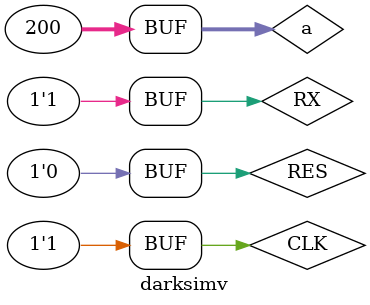
<source format=v>
`include "/home/fana/main/riscv1/rtl/conf.vh"
`include "/home/fana/main/riscv1/rtl/socriscv32.v"


`define BOARD_CK 100000000

module darksimv;

    reg CLK = 0;
    reg RES = 1;
    //reg [31:0] iROM_DATA,iRAM_DATA;

    // initial while(1) #(500e6/`BOARD_CK) CLK = !CLK; // clock generator w/ freq defined by config.vh

    integer i, a;
    
    initial
    begin
`ifdef __ICARUS__
        $dumpfile("darksocv.vcd");
        $dumpvars();
        // iROM_DATA = 32'h0;
	    // iRAM_DATA = 32'h0;
    `ifdef __REGDUMP__
        for(i=0;i!=`RLEN;i=i+1)
        begin
            $dumpvars(0,soc0.core0.REGS[i]);
        end
    `endif
`endif

        $display("reset---- (startup)");
        // #1000    RES = 0;
        for (a = 0; a <200; a = a+1 ) begin
			if(a ==10)
            begin
                RES = 0;
            end
            CLK=0;
			#1;
			CLK=1;	
			#1;	
		end

    end

    wire TX;
    wire RX = 1;

    socriscv32 soc0
    (
        .iCLK(CLK),
        .iRST(|RES),
        .UART_RXD(RX),
        .UART_TXD(TX)
    );

endmodule

</source>
